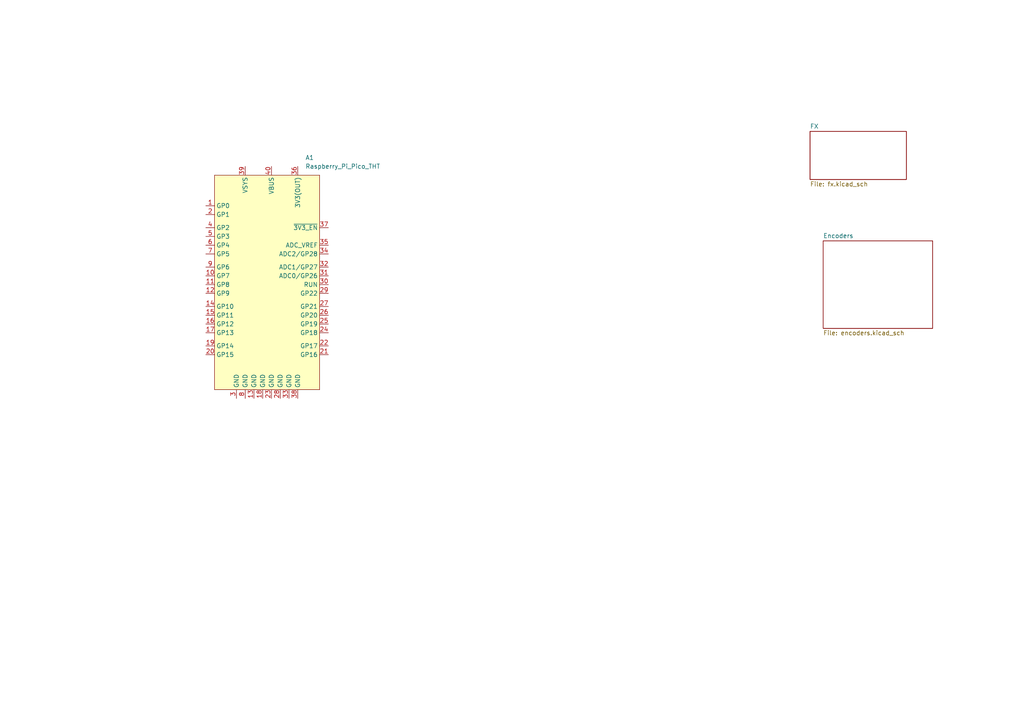
<source format=kicad_sch>
(kicad_sch (version 20231120) (generator "eeschema") (generator_version "8.0")
  (paper "A4")
  (lib_symbols
    (symbol "PCM_SL_Development_Board:Raspberry_Pi_Pico_THT"
      (property "Reference" "A" (at 12.7 34.29 0))
      (property "Value" "Raspberry_Pi_Pico_THT" (at 21.59 31.75 0))
      (symbol "Raspberry_Pi_Pico_THT_0_1"
        (rectangle (start -15.24 29.21) (end 15.24 -33.02) (fill (type background)))
      )
      (symbol "Raspberry_Pi_Pico_THT_1_1"
        (pin bidirectional line (at -17.78 20.32 0) (length 2.54) (name "GP0") (number "1"))
        (pin bidirectional line (at -17.78 0 0) (length 2.54) (name "GP7") (number "10"))
        (pin bidirectional line (at -17.78 -2.54 0) (length 2.54) (name "GP8") (number "11"))
        (pin bidirectional line (at -17.78 -5.08 0) (length 2.54) (name "GP9") (number "12"))
        (pin power_in line (at -3.81 -35.56 90) (length 2.54) (name "GND") (number "13"))
        (pin bidirectional line (at -17.78 -8.89 0) (length 2.54) (name "GP10") (number "14"))
        (pin bidirectional line (at -17.78 -11.43 0) (length 2.54) (name "GP11") (number "15"))
        (pin bidirectional line (at -17.78 -13.97 0) (length 2.54) (name "GP12") (number "16"))
        (pin bidirectional line (at -17.78 -16.51 0) (length 2.54) (name "GP13") (number "17"))
        (pin power_in line (at -1.27 -35.56 90) (length 2.54) (name "GND") (number "18"))
        (pin bidirectional line (at -17.78 -20.32 0) (length 2.54) (name "GP14") (number "19"))
        (pin bidirectional line (at -17.78 17.78 0) (length 2.54) (name "GP1") (number "2"))
        (pin bidirectional line (at -17.78 -22.86 0) (length 2.54) (name "GP15") (number "20"))
        (pin bidirectional line (at 17.78 -22.86 180) (length 2.54) (name "GP16") (number "21"))
        (pin bidirectional line (at 17.78 -20.32 180) (length 2.54) (name "GP17") (number "22"))
        (pin power_in line (at 1.27 -35.56 90) (length 2.54) (name "GND") (number "23"))
        (pin bidirectional line (at 17.78 -16.51 180) (length 2.54) (name "GP18") (number "24"))
        (pin bidirectional line (at 17.78 -13.97 180) (length 2.54) (name "GP19") (number "25"))
        (pin bidirectional line (at 17.78 -11.43 180) (length 2.54) (name "GP20") (number "26"))
        (pin bidirectional line (at 17.78 -8.89 180) (length 2.54) (name "GP21") (number "27"))
        (pin power_in line (at 3.81 -35.56 90) (length 2.54) (name "GND") (number "28"))
        (pin bidirectional line (at 17.78 -5.08 180) (length 2.54) (name "GP22") (number "29"))
        (pin power_in line (at -8.89 -35.56 90) (length 2.54) (name "GND") (number "3"))
        (pin bidirectional line (at 17.78 -2.54 180) (length 2.54) (name "RUN") (number "30"))
        (pin bidirectional line (at 17.78 0 180) (length 2.54) (name "ADC0/GP26") (number "31"))
        (pin bidirectional line (at 17.78 2.54 180) (length 2.54) (name "ADC1/GP27") (number "32"))
        (pin power_in line (at 6.35 -35.56 90) (length 2.54) (name "GND") (number "33"))
        (pin bidirectional line (at 17.78 6.35 180) (length 2.54) (name "ADC2/GP28") (number "34"))
        (pin bidirectional line (at 17.78 8.89 180) (length 2.54) (name "ADC_VREF") (number "35"))
        (pin power_in line (at 8.89 31.75 270) (length 2.54) (name "3V3(OUT)") (number "36"))
        (pin bidirectional line (at 17.78 13.97 180) (length 2.54) (name "~{3V3_EN}") (number "37"))
        (pin power_in line (at 8.89 -35.56 90) (length 2.54) (name "GND") (number "38"))
        (pin power_in line (at -6.35 31.75 270) (length 2.54) (name "VSYS") (number "39"))
        (pin bidirectional line (at -17.78 13.97 0) (length 2.54) (name "GP2") (number "4"))
        (pin power_in line (at 1.27 31.75 270) (length 2.54) (name "VBUS") (number "40"))
        (pin bidirectional line (at -17.78 11.43 0) (length 2.54) (name "GP3") (number "5"))
        (pin bidirectional line (at -17.78 8.89 0) (length 2.54) (name "GP4") (number "6"))
        (pin bidirectional line (at -17.78 6.35 0) (length 2.54) (name "GP5") (number "7"))
        (pin power_in line (at -6.35 -35.56 90) (length 2.54) (name "GND") (number "8"))
        (pin bidirectional line (at -17.78 2.54 0) (length 2.54) (name "GP6") (number "9"))
      )
    )
  )
  (symbol (lib_id "PCM_SL_Development_Board:Raspberry_Pi_Pico_THT") (at 77.47 80.01 0) (unit 1)
    (property "Reference" "A1" (at 88.5541 45.72 0) (effects (justify left)))
    (property "Value" "Raspberry_Pi_Pico_THT" (at 88.5541 48.26 0) (effects (justify left)))
    (property "Footprint" "PCM_SL_Development_Boards:raspberry_pi_pico_THT" (effects (hide yes)))
    (property "Description" "Development Board with RP2040 MCU " (effects (hide yes)))
  )
  (sheet (at 238.76 69.85) (size 31.75 25.4) (stroke (width 0.1524))
    (property "Sheetname" "Encoders" (at 238.76 69.1384 0) (effects (justify left bottom)))
    (property "Sheetfile" "encoders.kicad_sch" (at 238.76 95.8346 0) (effects (justify left top)))
  )
  (sheet (at 234.95 38.1) (size 27.94 13.97) (stroke (width 0.1524))
    (property "Sheetname" "FX" (at 234.95 37.3884 0) (effects (justify left bottom)))
    (property "Sheetfile" "fx.kicad_sch" (at 234.95 52.6546 0) (effects (justify left top)))
  )
)
</source>
